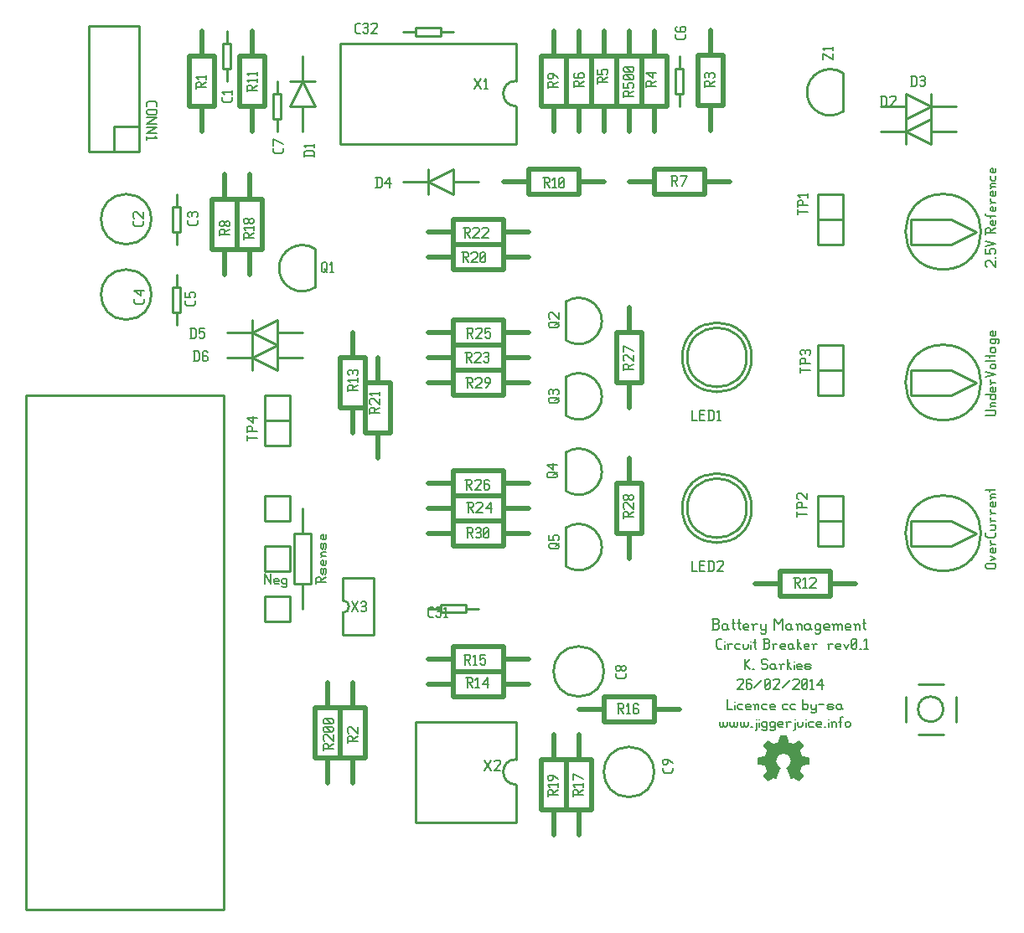
<source format=gbr>
G04 start of page 8 for group -4079 idx -4079 *
G04 Title: (unknown), topsilk *
G04 Creator: pcb 20110918 *
G04 CreationDate: Wed 26 Feb 2014 06:05:46 GMT UTC *
G04 For: ksarkies *
G04 Format: Gerber/RS-274X *
G04 PCB-Dimensions: 390000 390000 *
G04 PCB-Coordinate-Origin: lower left *
%MOIN*%
%FSLAX25Y25*%
%LNTOPSILK*%
%ADD94C,0.0200*%
%ADD93C,0.0060*%
%ADD92C,0.0100*%
%ADD91C,0.0001*%
G54D91*G36*
X300177Y69614D02*X302754D01*
X302837Y69582D01*
X302884Y69506D01*
X302933Y69267D01*
X302977Y69045D01*
X303368Y66913D01*
X303415Y66825D01*
X303498Y66767D01*
X303601Y66723D01*
X304391Y66452D01*
X305141Y66094D01*
X305147D01*
X305234Y66056D01*
X305331Y66042D01*
X305429Y66073D01*
X307202Y67292D01*
X307393Y67417D01*
X307594Y67553D01*
X307680Y67578D01*
X307762Y67542D01*
X308093Y67212D01*
X308597Y66712D01*
X308755Y66549D01*
X309254Y66051D01*
X309416Y65894D01*
X309584Y65720D01*
X309623Y65635D01*
X309601Y65546D01*
X309465Y65345D01*
X309336Y65155D01*
X308147Y63419D01*
X308115Y63327D01*
X308130Y63230D01*
X308175Y63131D01*
X308858Y61525D01*
X308895Y61434D01*
X308958Y61356D01*
X309048Y61309D01*
X311087Y60928D01*
X311311Y60885D01*
X311554Y60842D01*
X311629Y60795D01*
X311658Y60712D01*
Y58135D01*
X311629Y58046D01*
X311554Y57999D01*
X311311Y57956D01*
X311087Y57913D01*
X309108Y57544D01*
X309020Y57496D01*
X308966Y57413D01*
X308938Y57353D01*
Y57342D01*
X308223Y55569D01*
X308218Y55557D01*
X308201Y55514D01*
X308184Y55413D01*
X308212Y55319D01*
X309341Y53687D01*
X309465Y53496D01*
X309606Y53295D01*
X309625Y53209D01*
X309584Y53127D01*
X309416Y52948D01*
X309254Y52791D01*
X307936Y51473D01*
X307762Y51305D01*
X307680Y51264D01*
X307594Y51282D01*
X307393Y51424D01*
X307202Y51548D01*
X305608Y52645D01*
X305509Y52674D01*
X305412Y52655D01*
X305081Y52471D01*
X304887Y52362D01*
X304540Y52184D01*
X304455Y52178D01*
X304393Y52238D01*
X304247Y52595D01*
X304159Y52802D01*
X302776Y56160D01*
X302688Y56366D01*
X302591Y56599D01*
X302587Y56694D01*
X302640Y56767D01*
X302863Y56898D01*
X303004Y57006D01*
X303540Y57452D01*
X303955Y58016D01*
X304222Y58675D01*
X304316Y59405D01*
X304258Y59980D01*
X304093Y60514D01*
X303830Y60999D01*
X303481Y61421D01*
X303061Y61770D01*
X302577Y62034D01*
X302043Y62199D01*
X301469Y62257D01*
X300894Y62199D01*
X300359Y62034D01*
X299876Y61770D01*
X299454Y61421D01*
X299106Y60999D01*
X298844Y60514D01*
X298679Y59980D01*
X298620Y59405D01*
X298713Y58675D01*
X298980Y58016D01*
X299394Y57452D01*
X299933Y57006D01*
X300069Y56898D01*
X300291Y56767D01*
X300345Y56694D01*
X300340Y56599D01*
X300243Y56366D01*
X300155Y56160D01*
X298772Y52802D01*
X298686Y52595D01*
X298538Y52238D01*
X298477Y52178D01*
X298393Y52184D01*
X298051Y52362D01*
X297850Y52471D01*
X297519Y52655D01*
X297420Y52674D01*
X297323Y52645D01*
X295729Y51548D01*
X295544Y51424D01*
X295338Y51282D01*
X295251Y51264D01*
X295169Y51305D01*
X294995Y51473D01*
X294838Y51635D01*
X294340Y52134D01*
X294177Y52292D01*
X293677Y52791D01*
X293515Y52948D01*
X293347Y53127D01*
X293308Y53209D01*
X293330Y53295D01*
X293466Y53496D01*
X293597Y53687D01*
X294719Y55319D01*
X294747Y55413D01*
X294730Y55514D01*
X294708Y55574D01*
X293998Y57348D01*
X293965Y57413D01*
X293911Y57496D01*
X293825Y57544D01*
X291844Y57913D01*
X291622Y57956D01*
X291383Y57999D01*
X291304Y58049D01*
X291275Y58135D01*
Y60712D01*
X291304Y60795D01*
X291383Y60842D01*
X291622Y60891D01*
X291844Y60928D01*
X293884Y61309D01*
X293973Y61356D01*
X294036Y61439D01*
X294073Y61525D01*
X294762Y63131D01*
X294801Y63230D01*
X294818Y63327D01*
X294790Y63419D01*
X293597Y65160D01*
X293466Y65345D01*
X293330Y65546D01*
X293308Y65635D01*
X293347Y65720D01*
X293515Y65894D01*
X293677Y66051D01*
X295169Y67542D01*
X295251Y67578D01*
X295338Y67559D01*
X295544Y67423D01*
X295729Y67292D01*
X297502Y66073D01*
X297600Y66044D01*
X297698Y66062D01*
X297784Y66094D01*
X297795Y66099D01*
X298541Y66453D01*
X299331Y66728D01*
X299434Y66767D01*
X299518Y66825D01*
X299563Y66913D01*
X299961Y69045D01*
X299998Y69267D01*
X300047Y69506D01*
X300094Y69582D01*
X300177Y69614D01*
G37*
G54D92*X0Y204961D02*X78740D01*
Y236D01*
X0D01*
Y204961D01*
G54D93*X275593Y104050D02*X276880D01*
X274900Y104743D02*X275593Y104050D01*
X274900Y107317D02*Y104743D01*
Y107317D02*X275593Y108010D01*
X276880D01*
X278068Y107020D02*Y106921D01*
Y105535D02*Y104050D01*
X279553Y105535D02*Y104050D01*
Y105535D02*X280048Y106030D01*
X281038D01*
X279058D02*X279553Y105535D01*
X282721Y106030D02*X284206D01*
X282226Y105535D02*X282721Y106030D01*
X282226Y105535D02*Y104545D01*
X282721Y104050D01*
X284206D01*
X285394Y106030D02*Y104545D01*
X285889Y104050D01*
X286879D01*
X287374Y104545D01*
Y106030D02*Y104545D01*
X288562Y107020D02*Y106921D01*
Y105535D02*Y104050D01*
X290047Y108010D02*Y104545D01*
X290542Y104050D01*
X289552Y106525D02*X290542D01*
X293314Y104050D02*X295294D01*
X295789Y104545D01*
Y105733D02*Y104545D01*
X295294Y106228D02*X295789Y105733D01*
X293809Y106228D02*X295294D01*
X293809Y108010D02*Y104050D01*
X293314Y108010D02*X295294D01*
X295789Y107515D01*
Y106723D01*
X295294Y106228D02*X295789Y106723D01*
X297472Y105535D02*Y104050D01*
Y105535D02*X297967Y106030D01*
X298957D01*
X296977D02*X297472Y105535D01*
X300640Y104050D02*X302125D01*
X300145Y104545D02*X300640Y104050D01*
X300145Y105535D02*Y104545D01*
Y105535D02*X300640Y106030D01*
X301630D01*
X302125Y105535D01*
X300145Y105040D02*X302125D01*
Y105535D02*Y105040D01*
X304798Y106030D02*X305293Y105535D01*
X303808Y106030D02*X304798D01*
X303313Y105535D02*X303808Y106030D01*
X303313Y105535D02*Y104545D01*
X303808Y104050D01*
X305293Y106030D02*Y104545D01*
X305788Y104050D01*
X303808D02*X304798D01*
X305293Y104545D01*
X306976Y108010D02*Y104050D01*
Y105535D02*X308461Y104050D01*
X306976Y105535D02*X307966Y106525D01*
X310144Y104050D02*X311629D01*
X309649Y104545D02*X310144Y104050D01*
X309649Y105535D02*Y104545D01*
Y105535D02*X310144Y106030D01*
X311134D01*
X311629Y105535D01*
X309649Y105040D02*X311629D01*
Y105535D02*Y105040D01*
X313312Y105535D02*Y104050D01*
Y105535D02*X313807Y106030D01*
X314797D01*
X312817D02*X313312Y105535D01*
X286000Y100010D02*Y96050D01*
Y98030D02*X287980Y100010D01*
X286000Y98030D02*X287980Y96050D01*
X289168D02*X289663D01*
X294613Y100010D02*X295108Y99515D01*
X293128Y100010D02*X294613D01*
X292633Y99515D02*X293128Y100010D01*
X292633Y99515D02*Y98525D01*
X293128Y98030D01*
X294613D01*
X295108Y97535D01*
Y96545D01*
X294613Y96050D02*X295108Y96545D01*
X293128Y96050D02*X294613D01*
X292633Y96545D02*X293128Y96050D01*
X297781Y98030D02*X298276Y97535D01*
X296791Y98030D02*X297781D01*
X296296Y97535D02*X296791Y98030D01*
X296296Y97535D02*Y96545D01*
X296791Y96050D01*
X298276Y98030D02*Y96545D01*
X298771Y96050D01*
X296791D02*X297781D01*
X298276Y96545D01*
X300454Y97535D02*Y96050D01*
Y97535D02*X300949Y98030D01*
X301939D01*
X299959D02*X300454Y97535D01*
X303127Y100010D02*Y96050D01*
Y97535D02*X304612Y96050D01*
X303127Y97535D02*X304117Y98525D01*
X305800Y99020D02*Y98921D01*
Y97535D02*Y96050D01*
X307285D02*X308770D01*
X306790Y96545D02*X307285Y96050D01*
X306790Y97535D02*Y96545D01*
Y97535D02*X307285Y98030D01*
X308275D01*
X308770Y97535D01*
X306790Y97040D02*X308770D01*
Y97535D02*Y97040D01*
X310453Y96050D02*X311938D01*
X312433Y96545D01*
X311938Y97040D02*X312433Y96545D01*
X310453Y97040D02*X311938D01*
X309958Y97535D02*X310453Y97040D01*
X309958Y97535D02*X310453Y98030D01*
X311938D01*
X312433Y97535D01*
X309958Y96545D02*X310453Y96050D01*
X273000Y111550D02*X275180D01*
X275725Y112095D01*
Y113403D02*Y112095D01*
X275180Y113948D02*X275725Y113403D01*
X273545Y113948D02*X275180D01*
X273545Y115910D02*Y111550D01*
X273000Y115910D02*X275180D01*
X275725Y115365D01*
Y114493D01*
X275180Y113948D02*X275725Y114493D01*
X278668Y113730D02*X279213Y113185D01*
X277578Y113730D02*X278668D01*
X277033Y113185D02*X277578Y113730D01*
X277033Y113185D02*Y112095D01*
X277578Y111550D01*
X279213Y113730D02*Y112095D01*
X279758Y111550D01*
X277578D02*X278668D01*
X279213Y112095D01*
X281611Y115910D02*Y112095D01*
X282156Y111550D01*
X281066Y114275D02*X282156D01*
X283791Y115910D02*Y112095D01*
X284336Y111550D01*
X283246Y114275D02*X284336D01*
X285971Y111550D02*X287606D01*
X285426Y112095D02*X285971Y111550D01*
X285426Y113185D02*Y112095D01*
Y113185D02*X285971Y113730D01*
X287061D01*
X287606Y113185D01*
X285426Y112640D02*X287606D01*
Y113185D02*Y112640D01*
X289459Y113185D02*Y111550D01*
Y113185D02*X290004Y113730D01*
X291094D01*
X288914D02*X289459Y113185D01*
X292402Y113730D02*Y112095D01*
X292947Y111550D01*
X294582Y113730D02*Y110460D01*
X294037Y109915D02*X294582Y110460D01*
X292947Y109915D02*X294037D01*
X292402Y110460D02*X292947Y109915D01*
Y111550D02*X294037D01*
X294582Y112095D01*
X297852Y115910D02*Y111550D01*
Y115910D02*X299487Y113730D01*
X301122Y115910D01*
Y111550D01*
X304065Y113730D02*X304610Y113185D01*
X302975Y113730D02*X304065D01*
X302430Y113185D02*X302975Y113730D01*
X302430Y113185D02*Y112095D01*
X302975Y111550D01*
X304610Y113730D02*Y112095D01*
X305155Y111550D01*
X302975D02*X304065D01*
X304610Y112095D01*
X307008Y113185D02*Y111550D01*
Y113185D02*X307553Y113730D01*
X308098D01*
X308643Y113185D01*
Y111550D01*
X306463Y113730D02*X307008Y113185D01*
X311586Y113730D02*X312131Y113185D01*
X310496Y113730D02*X311586D01*
X309951Y113185D02*X310496Y113730D01*
X309951Y113185D02*Y112095D01*
X310496Y111550D01*
X312131Y113730D02*Y112095D01*
X312676Y111550D01*
X310496D02*X311586D01*
X312131Y112095D01*
X315619Y113730D02*X316164Y113185D01*
X314529Y113730D02*X315619D01*
X313984Y113185D02*X314529Y113730D01*
X313984Y113185D02*Y112095D01*
X314529Y111550D01*
X315619D01*
X316164Y112095D01*
X313984Y110460D02*X314529Y109915D01*
X315619D01*
X316164Y110460D01*
Y113730D02*Y110460D01*
X318017Y111550D02*X319652D01*
X317472Y112095D02*X318017Y111550D01*
X317472Y113185D02*Y112095D01*
Y113185D02*X318017Y113730D01*
X319107D01*
X319652Y113185D01*
X317472Y112640D02*X319652D01*
Y113185D02*Y112640D01*
X321505Y113185D02*Y111550D01*
Y113185D02*X322050Y113730D01*
X322595D01*
X323140Y113185D01*
Y111550D01*
Y113185D02*X323685Y113730D01*
X324230D01*
X324775Y113185D01*
Y111550D01*
X320960Y113730D02*X321505Y113185D01*
X326628Y111550D02*X328263D01*
X326083Y112095D02*X326628Y111550D01*
X326083Y113185D02*Y112095D01*
Y113185D02*X326628Y113730D01*
X327718D01*
X328263Y113185D01*
X326083Y112640D02*X328263D01*
Y113185D02*Y112640D01*
X330116Y113185D02*Y111550D01*
Y113185D02*X330661Y113730D01*
X331206D01*
X331751Y113185D01*
Y111550D01*
X329571Y113730D02*X330116Y113185D01*
X333604Y115910D02*Y112095D01*
X334149Y111550D01*
X333059Y114275D02*X334149D01*
X283000Y91500D02*X283500Y92000D01*
X285000D01*
X285500Y91500D01*
Y90500D01*
X283000Y88000D02*X285500Y90500D01*
X283000Y88000D02*X285500D01*
X288200Y92000D02*X288700Y91500D01*
X287200Y92000D02*X288200D01*
X286700Y91500D02*X287200Y92000D01*
X286700Y91500D02*Y88500D01*
X287200Y88000D01*
X288200Y90200D02*X288700Y89700D01*
X286700Y90200D02*X288200D01*
X287200Y88000D02*X288200D01*
X288700Y88500D01*
Y89700D02*Y88500D01*
X289900D02*X292900Y91500D01*
X294100Y88500D02*X294600Y88000D01*
X294100Y91500D02*Y88500D01*
Y91500D02*X294600Y92000D01*
X295600D01*
X296100Y91500D01*
Y88500D01*
X295600Y88000D02*X296100Y88500D01*
X294600Y88000D02*X295600D01*
X294100Y89000D02*X296100Y91000D01*
X297300Y91500D02*X297800Y92000D01*
X299300D01*
X299800Y91500D01*
Y90500D01*
X297300Y88000D02*X299800Y90500D01*
X297300Y88000D02*X299800D01*
X301000Y88500D02*X304000Y91500D01*
X305200D02*X305700Y92000D01*
X307200D01*
X307700Y91500D01*
Y90500D01*
X305200Y88000D02*X307700Y90500D01*
X305200Y88000D02*X307700D01*
X308900Y88500D02*X309400Y88000D01*
X308900Y91500D02*Y88500D01*
Y91500D02*X309400Y92000D01*
X310400D01*
X310900Y91500D01*
Y88500D01*
X310400Y88000D02*X310900Y88500D01*
X309400Y88000D02*X310400D01*
X308900Y89000D02*X310900Y91000D01*
X312100Y91200D02*X312900Y92000D01*
Y88000D01*
X312100D02*X313600D01*
X314800Y89500D02*X316800Y92000D01*
X314800Y89500D02*X317300D01*
X316800Y92000D02*Y88000D01*
X381960Y197000D02*X385320D01*
X385800Y197480D01*
Y198440D02*Y197480D01*
Y198440D02*X385320Y198920D01*
X381960D02*X385320D01*
X384360Y200552D02*X385800D01*
X384360D02*X383880Y201032D01*
Y201512D02*Y201032D01*
Y201512D02*X384360Y201992D01*
X385800D01*
X383880Y200072D02*X384360Y200552D01*
X381960Y205064D02*X385800D01*
Y204584D02*X385320Y205064D01*
X385800Y204584D02*Y203624D01*
X385320Y203144D02*X385800Y203624D01*
X384360Y203144D02*X385320D01*
X384360D02*X383880Y203624D01*
Y204584D02*Y203624D01*
Y204584D02*X384360Y205064D01*
X385800Y208136D02*Y206696D01*
X385320Y206216D02*X385800Y206696D01*
X384360Y206216D02*X385320D01*
X384360D02*X383880Y206696D01*
Y207656D02*Y206696D01*
Y207656D02*X384360Y208136D01*
X384840D02*Y206216D01*
X384360Y208136D02*X384840D01*
X384360Y209768D02*X385800D01*
X384360D02*X383880Y210248D01*
Y211208D02*Y210248D01*
Y209288D02*X384360Y209768D01*
X381960Y212360D02*X385800Y213320D01*
X381960Y214280D01*
X384360Y215432D02*X385320D01*
X384360D02*X383880Y215912D01*
Y216872D02*Y215912D01*
Y216872D02*X384360Y217352D01*
X385320D01*
X385800Y216872D02*X385320Y217352D01*
X385800Y216872D02*Y215912D01*
X385320Y215432D02*X385800Y215912D01*
X381960Y218504D02*X385320D01*
X385800Y218984D01*
X381960Y220424D02*X385320D01*
X385800Y220904D01*
X383400D02*Y219944D01*
X383880Y223304D02*X384360Y223784D01*
X383880Y223304D02*Y222344D01*
X384360Y221864D02*X383880Y222344D01*
X384360Y221864D02*X385320D01*
X385800Y222344D01*
X383880Y223784D02*X385320D01*
X385800Y224264D01*
Y223304D02*Y222344D01*
Y223304D02*X385320Y223784D01*
X383880Y226856D02*X384360Y227336D01*
X383880Y226856D02*Y225896D01*
X384360Y225416D02*X383880Y225896D01*
X384360Y225416D02*X385320D01*
X385800Y225896D01*
Y226856D02*Y225896D01*
Y226856D02*X385320Y227336D01*
X386760Y225416D02*X387240Y225896D01*
Y226856D02*Y225896D01*
Y226856D02*X386760Y227336D01*
X383880D02*X386760D01*
X385800Y230408D02*Y228968D01*
X385320Y228488D02*X385800Y228968D01*
X384360Y228488D02*X385320D01*
X384360D02*X383880Y228968D01*
Y229928D02*Y228968D01*
Y229928D02*X384360Y230408D01*
X384840D02*Y228488D01*
X384360Y230408D02*X384840D01*
X382440Y256000D02*X381960Y256480D01*
Y257920D02*Y256480D01*
Y257920D02*X382440Y258400D01*
X383400D01*
X385800Y256000D02*X383400Y258400D01*
X385800D02*Y256000D01*
Y260032D02*Y259552D01*
X381960Y263104D02*Y261184D01*
X383880D01*
X383400Y261664D01*
Y262624D02*Y261664D01*
Y262624D02*X383880Y263104D01*
X385320D01*
X385800Y262624D02*X385320Y263104D01*
X385800Y262624D02*Y261664D01*
X385320Y261184D02*X385800Y261664D01*
X381960Y264256D02*X385800Y265216D01*
X381960Y266176D01*
Y270976D02*Y269056D01*
Y270976D02*X382440Y271456D01*
X383400D01*
X383880Y270976D02*X383400Y271456D01*
X383880Y270976D02*Y269536D01*
X381960D02*X385800D01*
X383880Y270304D02*X385800Y271456D01*
Y274528D02*Y273088D01*
X385320Y272608D02*X385800Y273088D01*
X384360Y272608D02*X385320D01*
X384360D02*X383880Y273088D01*
Y274048D02*Y273088D01*
Y274048D02*X384360Y274528D01*
X384840D02*Y272608D01*
X384360Y274528D02*X384840D01*
X382440Y276160D02*X385800D01*
X382440D02*X381960Y276640D01*
Y277120D02*Y276640D01*
X383880D02*Y275680D01*
X385800Y280000D02*Y278560D01*
X385320Y278080D02*X385800Y278560D01*
X384360Y278080D02*X385320D01*
X384360D02*X383880Y278560D01*
Y279520D02*Y278560D01*
Y279520D02*X384360Y280000D01*
X384840D02*Y278080D01*
X384360Y280000D02*X384840D01*
X384360Y281632D02*X385800D01*
X384360D02*X383880Y282112D01*
Y283072D02*Y282112D01*
Y281152D02*X384360Y281632D01*
X385800Y286144D02*Y284704D01*
X385320Y284224D02*X385800Y284704D01*
X384360Y284224D02*X385320D01*
X384360D02*X383880Y284704D01*
Y285664D02*Y284704D01*
Y285664D02*X384360Y286144D01*
X384840D02*Y284224D01*
X384360Y286144D02*X384840D01*
X384360Y287776D02*X385800D01*
X384360D02*X383880Y288256D01*
Y288736D02*Y288256D01*
Y288736D02*X384360Y289216D01*
X385800D01*
X383880Y287296D02*X384360Y287776D01*
X383880Y292288D02*Y290848D01*
X384360Y290368D02*X383880Y290848D01*
X384360Y290368D02*X385320D01*
X385800Y290848D01*
Y292288D02*Y290848D01*
Y295360D02*Y293920D01*
X385320Y293440D02*X385800Y293920D01*
X384360Y293440D02*X385320D01*
X384360D02*X383880Y293920D01*
Y294880D02*Y293920D01*
Y294880D02*X384360Y295360D01*
X384840D02*Y293440D01*
X384360Y295360D02*X384840D01*
X382440Y136000D02*X385320D01*
X382440D02*X381960Y136480D01*
Y137440D02*Y136480D01*
Y137440D02*X382440Y137920D01*
X385320D01*
X385800Y137440D02*X385320Y137920D01*
X385800Y137440D02*Y136480D01*
X385320Y136000D02*X385800Y136480D01*
X383880Y139072D02*X385800Y140032D01*
X383880Y140992D02*X385800Y140032D01*
Y144064D02*Y142624D01*
X385320Y142144D02*X385800Y142624D01*
X384360Y142144D02*X385320D01*
X384360D02*X383880Y142624D01*
Y143584D02*Y142624D01*
Y143584D02*X384360Y144064D01*
X384840D02*Y142144D01*
X384360Y144064D02*X384840D01*
X384360Y145696D02*X385800D01*
X384360D02*X383880Y146176D01*
Y147136D02*Y146176D01*
Y145216D02*X384360Y145696D01*
X385800Y150208D02*Y148960D01*
X385128Y148288D02*X385800Y148960D01*
X382632Y148288D02*X385128D01*
X382632D02*X381960Y148960D01*
Y150208D02*Y148960D01*
X383880Y151360D02*X385320D01*
X385800Y151840D01*
Y152800D02*Y151840D01*
Y152800D02*X385320Y153280D01*
X383880D02*X385320D01*
X384360Y154912D02*X385800D01*
X384360D02*X383880Y155392D01*
Y156352D02*Y155392D01*
Y154432D02*X384360Y154912D01*
Y157984D02*X385800D01*
X384360D02*X383880Y158464D01*
Y159424D02*Y158464D01*
Y157504D02*X384360Y157984D01*
X385800Y162496D02*Y161056D01*
X385320Y160576D02*X385800Y161056D01*
X384360Y160576D02*X385320D01*
X384360D02*X383880Y161056D01*
Y162016D02*Y161056D01*
Y162016D02*X384360Y162496D01*
X384840D02*Y160576D01*
X384360Y162496D02*X384840D01*
X384360Y164128D02*X385800D01*
X384360D02*X383880Y164608D01*
Y165088D02*Y164608D01*
Y165088D02*X384360Y165568D01*
X385800D01*
X383880Y163648D02*X384360Y164128D01*
X381960Y167200D02*X385320D01*
X385800Y167680D01*
X383400D02*Y166720D01*
X279000Y84000D02*Y80000D01*
X281000D01*
X282200Y83000D02*Y82900D01*
Y81500D02*Y80000D01*
X283700Y82000D02*X285200D01*
X283200Y81500D02*X283700Y82000D01*
X283200Y81500D02*Y80500D01*
X283700Y80000D01*
X285200D01*
X286900D02*X288400D01*
X286400Y80500D02*X286900Y80000D01*
X286400Y81500D02*Y80500D01*
Y81500D02*X286900Y82000D01*
X287900D01*
X288400Y81500D01*
X286400Y81000D02*X288400D01*
Y81500D02*Y81000D01*
X290100Y81500D02*Y80000D01*
Y81500D02*X290600Y82000D01*
X291100D01*
X291600Y81500D01*
Y80000D01*
X289600Y82000D02*X290100Y81500D01*
X293300Y82000D02*X294800D01*
X292800Y81500D02*X293300Y82000D01*
X292800Y81500D02*Y80500D01*
X293300Y80000D01*
X294800D01*
X296500D02*X298000D01*
X296000Y80500D02*X296500Y80000D01*
X296000Y81500D02*Y80500D01*
Y81500D02*X296500Y82000D01*
X297500D01*
X298000Y81500D01*
X296000Y81000D02*X298000D01*
Y81500D02*Y81000D01*
X301500Y82000D02*X303000D01*
X301000Y81500D02*X301500Y82000D01*
X301000Y81500D02*Y80500D01*
X301500Y80000D01*
X303000D01*
X304700Y82000D02*X306200D01*
X304200Y81500D02*X304700Y82000D01*
X304200Y81500D02*Y80500D01*
X304700Y80000D01*
X306200D01*
X309200Y84000D02*Y80000D01*
Y80500D02*X309700Y80000D01*
X310700D01*
X311200Y80500D01*
Y81500D02*Y80500D01*
X310700Y82000D02*X311200Y81500D01*
X309700Y82000D02*X310700D01*
X309200Y81500D02*X309700Y82000D01*
X312400D02*Y80500D01*
X312900Y80000D01*
X314400Y82000D02*Y79000D01*
X313900Y78500D02*X314400Y79000D01*
X312900Y78500D02*X313900D01*
X312400Y79000D02*X312900Y78500D01*
Y80000D02*X313900D01*
X314400Y80500D01*
X315600Y82000D02*X317600D01*
X319300Y80000D02*X320800D01*
X321300Y80500D01*
X320800Y81000D02*X321300Y80500D01*
X319300Y81000D02*X320800D01*
X318800Y81500D02*X319300Y81000D01*
X318800Y81500D02*X319300Y82000D01*
X320800D01*
X321300Y81500D01*
X318800Y80500D02*X319300Y80000D01*
X324000Y82000D02*X324500Y81500D01*
X323000Y82000D02*X324000D01*
X322500Y81500D02*X323000Y82000D01*
X322500Y81500D02*Y80500D01*
X323000Y80000D01*
X324500Y82000D02*Y80500D01*
X325000Y80000D01*
X323000D02*X324000D01*
X324500Y80500D01*
X276000Y75000D02*Y73500D01*
X276500Y73000D01*
X277000D01*
X277500Y73500D01*
Y75000D02*Y73500D01*
X278000Y73000D01*
X278500D01*
X279000Y73500D01*
Y75000D02*Y73500D01*
X280200Y75000D02*Y73500D01*
X280700Y73000D01*
X281200D01*
X281700Y73500D01*
Y75000D02*Y73500D01*
X282200Y73000D01*
X282700D01*
X283200Y73500D01*
Y75000D02*Y73500D01*
X284400Y75000D02*Y73500D01*
X284900Y73000D01*
X285400D01*
X285900Y73500D01*
Y75000D02*Y73500D01*
X286400Y73000D01*
X286900D01*
X287400Y73500D01*
Y75000D02*Y73500D01*
X288600Y73000D02*X289100D01*
X290800Y76000D02*Y75900D01*
Y74500D02*Y72000D01*
X290300Y71500D02*X290800Y72000D01*
X291800Y76000D02*Y75900D01*
Y74500D02*Y73000D01*
X294300Y75000D02*X294800Y74500D01*
X293300Y75000D02*X294300D01*
X292800Y74500D02*X293300Y75000D01*
X292800Y74500D02*Y73500D01*
X293300Y73000D01*
X294300D01*
X294800Y73500D01*
X292800Y72000D02*X293300Y71500D01*
X294300D01*
X294800Y72000D01*
Y75000D02*Y72000D01*
X297500Y75000D02*X298000Y74500D01*
X296500Y75000D02*X297500D01*
X296000Y74500D02*X296500Y75000D01*
X296000Y74500D02*Y73500D01*
X296500Y73000D01*
X297500D01*
X298000Y73500D01*
X296000Y72000D02*X296500Y71500D01*
X297500D01*
X298000Y72000D01*
Y75000D02*Y72000D01*
X299700Y73000D02*X301200D01*
X299200Y73500D02*X299700Y73000D01*
X299200Y74500D02*Y73500D01*
Y74500D02*X299700Y75000D01*
X300700D01*
X301200Y74500D01*
X299200Y74000D02*X301200D01*
Y74500D02*Y74000D01*
X302900Y74500D02*Y73000D01*
Y74500D02*X303400Y75000D01*
X304400D01*
X302400D02*X302900Y74500D01*
X306100Y76000D02*Y75900D01*
Y74500D02*Y72000D01*
X305600Y71500D02*X306100Y72000D01*
X307100Y75000D02*Y73500D01*
X307600Y73000D01*
X308600D01*
X309100Y73500D01*
Y75000D02*Y73500D01*
X310300Y76000D02*Y75900D01*
Y74500D02*Y73000D01*
X311800Y75000D02*X313300D01*
X311300Y74500D02*X311800Y75000D01*
X311300Y74500D02*Y73500D01*
X311800Y73000D01*
X313300D01*
X315000D02*X316500D01*
X314500Y73500D02*X315000Y73000D01*
X314500Y74500D02*Y73500D01*
Y74500D02*X315000Y75000D01*
X316000D01*
X316500Y74500D01*
X314500Y74000D02*X316500D01*
Y74500D02*Y74000D01*
X317700Y73000D02*X318200D01*
X319400Y76000D02*Y75900D01*
Y74500D02*Y73000D01*
X320900Y74500D02*Y73000D01*
Y74500D02*X321400Y75000D01*
X321900D01*
X322400Y74500D01*
Y73000D01*
X320400Y75000D02*X320900Y74500D01*
X324100Y76500D02*Y73000D01*
Y76500D02*X324600Y77000D01*
X325100D01*
X323600Y75000D02*X324600D01*
X326100Y74500D02*Y73500D01*
Y74500D02*X326600Y75000D01*
X327600D01*
X328100Y74500D01*
Y73500D01*
X327600Y73000D02*X328100Y73500D01*
X326600Y73000D02*X327600D01*
X326100Y73500D02*X326600Y73000D01*
X319500Y105500D02*Y104000D01*
Y105500D02*X320000Y106000D01*
X321000D01*
X319000D02*X319500Y105500D01*
X322700Y104000D02*X324200D01*
X322200Y104500D02*X322700Y104000D01*
X322200Y105500D02*Y104500D01*
Y105500D02*X322700Y106000D01*
X323700D01*
X324200Y105500D01*
X322200Y105000D02*X324200D01*
Y105500D02*Y105000D01*
X325400Y106000D02*X326400Y104000D01*
X327400Y106000D02*X326400Y104000D01*
X328600Y104500D02*X329100Y104000D01*
X328600Y107500D02*Y104500D01*
Y107500D02*X329100Y108000D01*
X330100D01*
X330600Y107500D01*
Y104500D01*
X330100Y104000D02*X330600Y104500D01*
X329100Y104000D02*X330100D01*
X328600Y105000D02*X330600Y107000D01*
X331800Y104000D02*X332300D01*
X333500Y107200D02*X334300Y108000D01*
Y104000D01*
X333500D02*X335000D01*
G54D94*X300000Y125000D02*X320000D01*
X300000Y135000D02*Y125000D01*
Y135000D02*X320000D01*
Y125000D01*
Y130000D02*X330000D01*
X290000D02*X300000D01*
G54D92*X214800Y152100D02*Y136900D01*
X214855Y136873D02*G75*G03X214855Y152127I5145J7627D01*G01*
X263200Y160000D02*G75*G03X263200Y160000I11800J0D01*G01*
X261200D02*G75*G03X261200Y160000I13800J0D01*G01*
X315000Y165000D02*Y145000D01*
X325000D01*
Y165000D02*Y145000D01*
X315000Y165000D02*X325000D01*
X315000Y155000D02*X325000D01*
Y165000D02*Y155000D01*
X214800Y182100D02*Y166900D01*
X214855Y166873D02*G75*G03X214855Y182127I5145J7627D01*G01*
G54D94*X170000Y155000D02*X190000D01*
X170000Y165000D02*Y155000D01*
Y165000D02*X190000D01*
Y155000D01*
Y160000D02*X200000D01*
X160000D02*X170000D01*
Y165000D02*X190000D01*
X170000Y175000D02*Y165000D01*
Y175000D02*X190000D01*
Y165000D01*
Y170000D02*X200000D01*
X160000D02*X170000D01*
Y145000D02*X190000D01*
X170000Y155000D02*Y145000D01*
Y155000D02*X190000D01*
Y145000D01*
Y150000D02*X200000D01*
X160000D02*X170000D01*
G54D92*X220000Y85000D02*G75*G03X220000Y85000I0J10000D01*G01*
G54D94*X230000Y75000D02*X250000D01*
X230000Y85000D02*Y75000D01*
Y85000D02*X250000D01*
Y75000D01*
Y80000D02*X260000D01*
X220000D02*X230000D01*
G54D92*X160000Y120000D02*X165000D01*
X175000D02*X180000D01*
X165000Y121600D02*X175000D01*
Y118400D01*
X165000D01*
Y121600D01*
G54D94*X170000Y255000D02*X190000D01*
X170000Y265000D02*Y255000D01*
Y265000D02*X190000D01*
Y255000D01*
Y260000D02*X200000D01*
X160000D02*X170000D01*
Y265000D02*X190000D01*
X170000Y275000D02*Y265000D01*
Y275000D02*X190000D01*
Y265000D01*
Y270000D02*X200000D01*
X160000D02*X170000D01*
X200000Y285000D02*X220000D01*
X200000Y295000D02*Y285000D01*
Y295000D02*X220000D01*
Y285000D01*
Y290000D02*X230000D01*
X190000D02*X200000D01*
X250000Y285000D02*X270000D01*
X250000Y295000D02*Y285000D01*
Y295000D02*X270000D01*
Y285000D01*
Y290000D02*X280000D01*
X240000D02*X250000D01*
G54D92*X150000D02*X160000D01*
X170000D02*X180000D01*
X160000D02*X170000Y295000D01*
Y285000D01*
X160000Y290000D01*
Y295000D02*Y285000D01*
X352000Y275000D02*Y265000D01*
X368000D01*
X378000Y270000D02*X368000Y265000D01*
Y275000D02*X378000Y270000D01*
X352000Y275000D02*X368000D01*
X365000Y285000D02*G75*G03X365000Y285000I0J-15000D01*G01*
X263200Y220000D02*G75*G03X263200Y220000I11800J0D01*G01*
X261200D02*G75*G03X261200Y220000I13800J0D01*G01*
X315000Y225000D02*Y205000D01*
X325000D01*
Y225000D02*Y205000D01*
X315000Y225000D02*X325000D01*
X315000Y215000D02*X325000D01*
Y225000D02*Y215000D01*
X352000D02*Y205000D01*
X368000D01*
X378000Y210000D02*X368000Y205000D01*
Y215000D02*X378000Y210000D01*
X352000Y215000D02*X368000D01*
X365000Y225000D02*G75*G03X365000Y225000I0J-15000D01*G01*
G54D94*X235000Y230000D02*Y210000D01*
Y230000D02*X245000D01*
Y210000D01*
X235000D02*X245000D01*
X240000D02*Y200000D01*
Y240000D02*Y230000D01*
X235000Y170000D02*Y150000D01*
Y170000D02*X245000D01*
Y150000D01*
X235000D02*X245000D01*
X240000D02*Y140000D01*
Y180000D02*Y170000D01*
G54D92*X214800Y212100D02*Y196900D01*
X214855Y196873D02*G75*G03X214855Y212127I5145J7627D01*G01*
X214800Y242100D02*Y226900D01*
X214855Y226873D02*G75*G03X214855Y242127I5145J7627D01*G01*
G54D94*X170000Y215000D02*X190000D01*
X170000Y225000D02*Y215000D01*
Y225000D02*X190000D01*
Y215000D01*
Y220000D02*X200000D01*
X160000D02*X170000D01*
Y205000D02*X190000D01*
X170000Y215000D02*Y205000D01*
Y215000D02*X190000D01*
Y205000D01*
Y210000D02*X200000D01*
X160000D02*X170000D01*
Y225000D02*X190000D01*
X170000Y235000D02*Y225000D01*
Y235000D02*X190000D01*
Y225000D01*
Y230000D02*X200000D01*
X160000D02*X170000D01*
G54D92*X325200Y333100D02*Y317900D01*
X325145Y333127D02*G75*G03X325145Y317873I-5145J-7627D01*G01*
X315000Y285000D02*Y265000D01*
X325000D01*
Y285000D02*Y265000D01*
X315000Y285000D02*X325000D01*
X315000Y275000D02*X325000D01*
Y285000D02*Y275000D01*
G54D94*X145000Y210000D02*Y190000D01*
X135000D02*X145000D01*
X135000Y210000D02*Y190000D01*
Y210000D02*X145000D01*
X140000Y220000D02*Y210000D01*
Y190000D02*Y180000D01*
X135000Y220000D02*Y200000D01*
X125000D02*X135000D01*
X125000Y220000D02*Y200000D01*
Y220000D02*X135000D01*
X130000Y230000D02*Y220000D01*
Y200000D02*Y190000D01*
X205000Y340000D02*Y320000D01*
Y340000D02*X215000D01*
Y320000D01*
X205000D02*X215000D01*
X210000D02*Y310000D01*
Y350000D02*Y340000D01*
G54D92*X110000D02*Y330000D01*
Y320000D02*Y310000D01*
Y330000D02*X115000Y320000D01*
X105000D02*X115000D01*
X105000D02*X110000Y330000D01*
X105000D02*X115000D01*
X125000Y345000D02*X195000D01*
X125000D02*Y305000D01*
X195000D01*
Y345000D02*Y330000D01*
Y320000D02*Y305000D01*
Y330000D02*G75*G03X195000Y320000I0J-5000D01*G01*
X165000Y349600D02*X170000D01*
X150000D02*X155000D01*
Y348000D02*X165000D01*
X155000Y351200D02*Y348000D01*
Y351200D02*X165000D01*
Y348000D01*
G54D94*X277450Y340200D02*Y320200D01*
X267450D02*X277450D01*
X267450Y340200D02*Y320200D01*
Y340200D02*X277450D01*
X272450Y350200D02*Y340200D01*
Y320200D02*Y310200D01*
G54D92*X340000Y310000D02*X350000D01*
X360000D02*X370000D01*
X350000D02*X360000Y315000D01*
Y305000D01*
X350000Y310000D01*
Y315000D02*Y305000D01*
X360000Y320000D02*X370000D01*
X340000D02*X350000D01*
X360000D02*X350000Y315000D01*
Y325000D02*Y315000D01*
Y325000D02*X360000Y320000D01*
Y325000D02*Y315000D01*
G54D94*X225000Y340000D02*Y320000D01*
X215000D02*X225000D01*
X215000Y340000D02*Y320000D01*
Y340000D02*X225000D01*
X220000Y350000D02*Y340000D01*
Y320000D02*Y310000D01*
X225000Y340000D02*Y320000D01*
Y340000D02*X235000D01*
Y320000D01*
X225000D02*X235000D01*
X230000D02*Y310000D01*
Y350000D02*Y340000D01*
X245000D02*Y320000D01*
X235000D02*X245000D01*
X235000Y340000D02*Y320000D01*
Y340000D02*X245000D01*
X240000Y350000D02*Y340000D01*
Y320000D02*Y310000D01*
X255000Y340000D02*Y320000D01*
X245000D02*X255000D01*
X245000Y340000D02*Y320000D01*
Y340000D02*X255000D01*
X250000Y350000D02*Y340000D01*
Y320000D02*Y310000D01*
G54D92*X260000Y325000D02*Y320000D01*
Y340000D02*Y335000D01*
X258400D02*Y325000D01*
Y335000D02*X261600D01*
Y325000D01*
X258400D02*X261600D01*
X100000Y330000D02*Y325000D01*
Y315000D02*Y310000D01*
X101600Y325000D02*Y315000D01*
X98400D02*X101600D01*
X98400Y325000D02*Y315000D01*
Y325000D02*X101600D01*
G54D94*X95000Y340000D02*Y320000D01*
X85000D02*X95000D01*
X85000Y340000D02*Y320000D01*
Y340000D02*X95000D01*
X90000Y350000D02*Y340000D01*
Y320000D02*Y310000D01*
X65000Y340000D02*Y320000D01*
Y340000D02*X75000D01*
Y320000D01*
X65000D02*X75000D01*
X70000D02*Y310000D01*
Y350000D02*Y340000D01*
G54D92*X80000Y334800D02*Y329800D01*
Y349800D02*Y344800D01*
X78400D02*Y334800D01*
Y344800D02*X81600D01*
Y334800D01*
X78400D02*X81600D01*
X45000Y352000D02*Y302000D01*
X25000Y352000D02*X45000D01*
X25000D02*Y302000D01*
X45000D01*
X35000Y312000D02*X45000D01*
X35000D02*Y302000D01*
G54D94*X74000Y283000D02*Y263000D01*
Y283000D02*X84000D01*
Y263000D01*
X74000D02*X84000D01*
X79000D02*Y253000D01*
Y293000D02*Y283000D01*
X94000D02*Y263000D01*
X84000D02*X94000D01*
X84000Y283000D02*Y263000D01*
Y283000D02*X94000D01*
X89000Y293000D02*Y283000D01*
Y263000D02*Y253000D01*
G54D92*X60000Y238000D02*Y233000D01*
Y253000D02*Y248000D01*
X58400D02*Y238000D01*
Y248000D02*X61600D01*
Y238000D01*
X58400D02*X61600D01*
X60000Y270000D02*Y265000D01*
Y285000D02*Y280000D01*
X58400D02*Y270000D01*
Y280000D02*X61600D01*
Y270000D01*
X58400D02*X61600D01*
X40000Y255000D02*G75*G03X40000Y255000I0J-10000D01*G01*
Y285000D02*G75*G03X40000Y285000I0J-10000D01*G01*
X115200Y263100D02*Y247900D01*
X115145Y263127D02*G75*G03X115145Y247873I-5145J-7627D01*G01*
X80000Y220000D02*X90000D01*
X100000D02*X110000D01*
X90000D02*X100000Y225000D01*
Y215000D01*
X90000Y220000D01*
Y225000D02*Y215000D01*
X80000Y230000D02*X90000D01*
X100000D02*X110000D01*
X90000D02*X100000Y235000D01*
Y225000D01*
X90000Y230000D01*
Y235000D02*Y225000D01*
X105000Y205000D02*Y185000D01*
X95000Y205000D02*X105000D01*
X95000D02*Y185000D01*
X105000D01*
X95000Y195000D02*X105000D01*
X95000D02*Y185000D01*
G54D94*X170000Y85000D02*X190000D01*
X170000Y95000D02*Y85000D01*
Y95000D02*X190000D01*
Y85000D01*
Y90000D02*X200000D01*
X160000D02*X170000D01*
X215000Y60000D02*Y40000D01*
X205000D02*X215000D01*
X205000Y60000D02*Y40000D01*
Y60000D02*X215000D01*
X210000Y70000D02*Y60000D01*
Y40000D02*Y30000D01*
G54D92*X155000Y75000D02*X195000D01*
X155000D02*Y35000D01*
X195000D01*
Y75000D02*Y60000D01*
Y50000D02*Y35000D01*
Y60000D02*G75*G03X195000Y50000I0J-5000D01*G01*
G54D94*X215000Y60000D02*Y40000D01*
Y60000D02*X225000D01*
Y40000D01*
X215000D02*X225000D01*
X220000D02*Y30000D01*
Y70000D02*Y60000D01*
X170000Y105000D02*X190000D01*
Y95000D01*
X170000D02*X190000D01*
X170000Y105000D02*Y95000D01*
X160000Y100000D02*X170000D01*
X190000D02*X200000D01*
G54D92*X350000Y85000D02*Y75000D01*
X370000Y85000D02*Y75000D01*
X355000Y70000D02*X365000D01*
X355000Y90000D02*X365000D01*
X355000Y80000D02*G75*G03X355000Y80000I5000J0D01*G01*
X240000Y65000D02*G75*G03X240000Y65000I0J-10000D01*G01*
X110000Y130000D02*Y120000D01*
Y160000D02*Y150000D01*
X106700D02*Y130000D01*
Y150000D02*X113300D01*
Y130000D01*
X106700D02*X113300D01*
X95000Y135000D02*X105000D01*
Y145000D02*Y135000D01*
X95000Y145000D02*X105000D01*
X95000D02*Y135000D01*
X105000Y145000D02*Y135000D01*
X95000Y145000D02*X105000D01*
X95000Y125000D02*Y115000D01*
X105000D01*
Y125000D01*
X95000D01*
Y115000D02*X105000D01*
Y125000D01*
X95000Y165000D02*Y155000D01*
X105000D01*
Y165000D01*
X95000D01*
Y155000D02*X105000D01*
Y165000D01*
X352000Y155000D02*Y145000D01*
X368000D01*
X378000Y150000D02*X368000Y145000D01*
Y155000D02*X378000Y150000D01*
X352000Y155000D02*X368000D01*
X365000Y165000D02*G75*G03X365000Y165000I0J-15000D01*G01*
G54D94*X135290Y80570D02*Y60570D01*
X125290D02*X135290D01*
X125290Y80570D02*Y60570D01*
Y80570D02*X135290D01*
X130290Y90570D02*Y80570D01*
Y60570D02*Y50570D01*
G54D92*X126100Y118300D02*Y109600D01*
Y132100D02*Y123300D01*
Y132100D02*X138300D01*
Y109600D01*
X126100D02*X138300D01*
X126100Y118300D02*G75*G03X126100Y123300I0J2500D01*G01*
G54D94*X115290Y80570D02*Y60570D01*
Y80570D02*X125290D01*
Y60570D01*
X115290D02*X125290D01*
X120290D02*Y50570D01*
Y90570D02*Y80570D01*
G54D93*X207789Y47298D02*Y45298D01*
Y47298D02*X208289Y47798D01*
X209289D01*
X209789Y47298D02*X209289Y47798D01*
X209789Y47298D02*Y45798D01*
X207789D02*X211789D01*
X209789Y46598D02*X211789Y47798D01*
X208589Y48998D02*X207789Y49798D01*
X211789D01*
Y50498D02*Y48998D01*
Y52198D02*X209789Y53698D01*
X208289D02*X209789D01*
X207789Y53198D02*X208289Y53698D01*
X207789Y53198D02*Y52198D01*
X208289Y51698D02*X207789Y52198D01*
X208289Y51698D02*X209289D01*
X209789Y52198D01*
Y53698D02*Y52198D01*
X182600Y55600D02*X185100Y59600D01*
X182600D02*X185100Y55600D01*
X186300Y59100D02*X186800Y59600D01*
X188300D01*
X188800Y59100D01*
Y58100D01*
X186300Y55600D02*X188800Y58100D01*
X186300Y55600D02*X188800D01*
X257400Y56700D02*Y55400D01*
X256700Y54700D02*X257400Y55400D01*
X254100Y54700D02*X256700D01*
X254100D02*X253400Y55400D01*
Y56700D02*Y55400D01*
X257400Y58400D02*X255400Y59900D01*
X253900D02*X255400D01*
X253400Y59400D02*X253900Y59900D01*
X253400Y59400D02*Y58400D01*
X253900Y57900D02*X253400Y58400D01*
X253900Y57900D02*X254900D01*
X255400Y58400D01*
Y59900D02*Y58400D01*
X217699Y47334D02*Y45334D01*
Y47334D02*X218199Y47834D01*
X219199D01*
X219699Y47334D02*X219199Y47834D01*
X219699Y47334D02*Y45834D01*
X217699D02*X221699D01*
X219699Y46634D02*X221699Y47834D01*
X218499Y49034D02*X217699Y49834D01*
X221699D01*
Y50534D02*Y49034D01*
Y52234D02*X217699Y54234D01*
Y51734D01*
X115600Y131900D02*Y129900D01*
Y131900D02*X116100Y132400D01*
X117100D01*
X117600Y131900D02*X117100Y132400D01*
X117600Y131900D02*Y130400D01*
X115600D02*X119600D01*
X117600Y131200D02*X119600Y132400D01*
Y135600D02*Y134100D01*
Y135600D02*X119100Y136100D01*
X118600Y135600D02*X119100Y136100D01*
X118600Y135600D02*Y134100D01*
X118100Y133600D02*X118600Y134100D01*
X118100Y133600D02*X117600Y134100D01*
Y135600D02*Y134100D01*
Y135600D02*X118100Y136100D01*
X119100Y133600D02*X119600Y134100D01*
Y139300D02*Y137800D01*
X119100Y137300D02*X119600Y137800D01*
X118100Y137300D02*X119100D01*
X118100D02*X117600Y137800D01*
Y138800D02*Y137800D01*
Y138800D02*X118100Y139300D01*
X118600D02*Y137300D01*
X118100Y139300D02*X118600D01*
X118100Y141000D02*X119600D01*
X118100D02*X117600Y141500D01*
Y142000D02*Y141500D01*
Y142000D02*X118100Y142500D01*
X119600D01*
X117600Y140500D02*X118100Y141000D01*
X119600Y145700D02*Y144200D01*
Y145700D02*X119100Y146200D01*
X118600Y145700D02*X119100Y146200D01*
X118600Y145700D02*Y144200D01*
X118100Y143700D02*X118600Y144200D01*
X118100Y143700D02*X117600Y144200D01*
Y145700D02*Y144200D01*
Y145700D02*X118100Y146200D01*
X119100Y143700D02*X119600Y144200D01*
Y149400D02*Y147900D01*
X119100Y147400D02*X119600Y147900D01*
X118100Y147400D02*X119100D01*
X118100D02*X117600Y147900D01*
Y148900D02*Y147900D01*
Y148900D02*X118100Y149400D01*
X118600D02*Y147400D01*
X118100Y149400D02*X118600D01*
X95000Y134000D02*Y130000D01*
Y134000D02*X97500Y130000D01*
Y134000D02*Y130000D01*
X99200D02*X100700D01*
X98700Y130500D02*X99200Y130000D01*
X98700Y131500D02*Y130500D01*
Y131500D02*X99200Y132000D01*
X100200D01*
X100700Y131500D01*
X98700Y131000D02*X100700D01*
Y131500D02*Y131000D01*
X103400Y132000D02*X103900Y131500D01*
X102400Y132000D02*X103400D01*
X101900Y131500D02*X102400Y132000D01*
X101900Y131500D02*Y130500D01*
X102400Y130000D01*
X103400D01*
X103900Y130500D01*
X101900Y129000D02*X102400Y128500D01*
X103400D01*
X103900Y129000D01*
Y132000D02*Y129000D01*
X160700Y116600D02*X162000D01*
X160000Y117300D02*X160700Y116600D01*
X160000Y119900D02*Y117300D01*
Y119900D02*X160700Y120600D01*
X162000D01*
X163200Y120100D02*X163700Y120600D01*
X164700D01*
X165200Y120100D01*
X164700Y116600D02*X165200Y117100D01*
X163700Y116600D02*X164700D01*
X163200Y117100D02*X163700Y116600D01*
Y118800D02*X164700D01*
X165200Y120100D02*Y119300D01*
Y118300D02*Y117100D01*
Y118300D02*X164700Y118800D01*
X165200Y119300D02*X164700Y118800D01*
X166400Y119800D02*X167200Y120600D01*
Y116600D01*
X166400D02*X167900D01*
X128007Y68579D02*Y66579D01*
Y68579D02*X128507Y69079D01*
X129507D01*
X130007Y68579D02*X129507Y69079D01*
X130007Y68579D02*Y67079D01*
X128007D02*X132007D01*
X130007Y67879D02*X132007Y69079D01*
X128507Y70279D02*X128007Y70779D01*
Y72279D02*Y70779D01*
Y72279D02*X128507Y72779D01*
X129507D01*
X132007Y70279D02*X129507Y72779D01*
X132007D02*Y70279D01*
X129700Y118800D02*X132200Y122800D01*
X129700D02*X132200Y118800D01*
X133400Y122300D02*X133900Y122800D01*
X134900D01*
X135400Y122300D01*
X134900Y118800D02*X135400Y119300D01*
X133900Y118800D02*X134900D01*
X133400Y119300D02*X133900Y118800D01*
Y121000D02*X134900D01*
X135400Y122300D02*Y121500D01*
Y120500D02*Y119300D01*
Y120500D02*X134900Y121000D01*
X135400Y121500D02*X134900Y121000D01*
X118390Y65570D02*Y63570D01*
Y65570D02*X118890Y66070D01*
X119890D01*
X120390Y65570D02*X119890Y66070D01*
X120390Y65570D02*Y64070D01*
X118390D02*X122390D01*
X120390Y64870D02*X122390Y66070D01*
X118890Y67270D02*X118390Y67770D01*
Y69270D02*Y67770D01*
Y69270D02*X118890Y69770D01*
X119890D01*
X122390Y67270D02*X119890Y69770D01*
X122390D02*Y67270D01*
X121890Y70970D02*X122390Y71470D01*
X118890Y70970D02*X121890D01*
X118890D02*X118390Y71470D01*
Y72470D02*Y71470D01*
Y72470D02*X118890Y72970D01*
X121890D01*
X122390Y72470D02*X121890Y72970D01*
X122390Y72470D02*Y71470D01*
X121390Y70970D02*X119390Y72970D01*
X121890Y74170D02*X122390Y74670D01*
X118890Y74170D02*X121890D01*
X118890D02*X118390Y74670D01*
Y75670D02*Y74670D01*
Y75670D02*X118890Y76170D01*
X121890D01*
X122390Y75670D02*X121890Y76170D01*
X122390Y75670D02*Y74670D01*
X121390Y74170D02*X119390Y76170D01*
X173503Y261861D02*X175503D01*
X176003Y261361D01*
Y260361D01*
X175503Y259861D02*X176003Y260361D01*
X174003Y259861D02*X175503D01*
X174003Y261861D02*Y257861D01*
X174803Y259861D02*X176003Y257861D01*
X177203Y261361D02*X177703Y261861D01*
X179203D01*
X179703Y261361D01*
Y260361D01*
X177203Y257861D02*X179703Y260361D01*
X177203Y257861D02*X179703D01*
X180903Y258361D02*X181403Y257861D01*
X180903Y261361D02*Y258361D01*
Y261361D02*X181403Y261861D01*
X182403D01*
X182903Y261361D01*
Y258361D01*
X182403Y257861D02*X182903Y258361D01*
X181403Y257861D02*X182403D01*
X180903Y258861D02*X182903Y260861D01*
X174190Y271595D02*X176190D01*
X176690Y271095D01*
Y270095D01*
X176190Y269595D02*X176690Y270095D01*
X174690Y269595D02*X176190D01*
X174690Y271595D02*Y267595D01*
X175490Y269595D02*X176690Y267595D01*
X177890Y271095D02*X178390Y271595D01*
X179890D01*
X180390Y271095D01*
Y270095D01*
X177890Y267595D02*X180390Y270095D01*
X177890Y267595D02*X180390D01*
X181590Y271095D02*X182090Y271595D01*
X183590D01*
X184090Y271095D01*
Y270095D01*
X181590Y267595D02*X184090Y270095D01*
X181590Y267595D02*X184090D01*
X208591Y232048D02*X211591D01*
X208591D02*X208091Y232548D01*
Y233548D02*Y232548D01*
Y233548D02*X208591Y234048D01*
X211091D01*
X212091Y233048D02*X211091Y234048D01*
X212091Y233048D02*Y232548D01*
X211591Y232048D02*X212091Y232548D01*
X210591Y233048D02*X212091Y234048D01*
X208591Y235248D02*X208091Y235748D01*
Y237248D02*Y235748D01*
Y237248D02*X208591Y237748D01*
X209591D01*
X212091Y235248D02*X209591Y237748D01*
X212091D02*Y235248D01*
X205855Y291449D02*X207855D01*
X208355Y290949D01*
Y289949D01*
X207855Y289449D02*X208355Y289949D01*
X206355Y289449D02*X207855D01*
X206355Y291449D02*Y287449D01*
X207155Y289449D02*X208355Y287449D01*
X209555Y290649D02*X210355Y291449D01*
Y287449D01*
X209555D02*X211055D01*
X212255Y287949D02*X212755Y287449D01*
X212255Y290949D02*Y287949D01*
Y290949D02*X212755Y291449D01*
X213755D01*
X214255Y290949D01*
Y287949D01*
X213755Y287449D02*X214255Y287949D01*
X212755Y287449D02*X213755D01*
X212255Y288449D02*X214255Y290449D01*
X139700Y291600D02*Y287600D01*
X141000Y291600D02*X141700Y290900D01*
Y288300D01*
X141000Y287600D02*X141700Y288300D01*
X139200Y287600D02*X141000D01*
X139200Y291600D02*X141000D01*
X142900Y289100D02*X144900Y291600D01*
X142900Y289100D02*X145400D01*
X144900Y291600D02*Y287600D01*
X102500Y303100D02*Y301800D01*
X101800Y301100D02*X102500Y301800D01*
X99200Y301100D02*X101800D01*
X99200D02*X98500Y301800D01*
Y303100D02*Y301800D01*
X102500Y304800D02*X98500Y306800D01*
Y304300D01*
X88119Y327754D02*Y325754D01*
Y327754D02*X88619Y328254D01*
X89619D01*
X90119Y327754D02*X89619Y328254D01*
X90119Y327754D02*Y326254D01*
X88119D02*X92119D01*
X90119Y327054D02*X92119Y328254D01*
X88919Y329454D02*X88119Y330254D01*
X92119D01*
Y330954D02*Y329454D01*
X88919Y332154D02*X88119Y332954D01*
X92119D01*
Y333654D02*Y332154D01*
X67902Y328957D02*Y326957D01*
Y328957D02*X68402Y329457D01*
X69402D01*
X69902Y328957D02*X69402Y329457D01*
X69902Y328957D02*Y327457D01*
X67902D02*X71902D01*
X69902Y328257D02*X71902Y329457D01*
X68702Y330657D02*X67902Y331457D01*
X71902D01*
Y332157D02*Y330657D01*
X110700Y300300D02*X114700D01*
X110700Y301600D02*X111400Y302300D01*
X114000D01*
X114700Y301600D02*X114000Y302300D01*
X114700Y301600D02*Y299800D01*
X110700Y301600D02*Y299800D01*
X111500Y303500D02*X110700Y304300D01*
X114700D01*
Y305000D02*Y303500D01*
X82253Y323402D02*Y322102D01*
X81553Y321402D02*X82253Y322102D01*
X78953Y321402D02*X81553D01*
X78953D02*X78253Y322102D01*
Y323402D02*Y322102D01*
X79053Y324602D02*X78253Y325402D01*
X82253D01*
Y326102D02*Y324602D01*
X48200Y321100D02*Y319800D01*
X48900Y321800D02*X48200Y321100D01*
X48900Y321800D02*X51500D01*
X52200Y321100D01*
Y319800D01*
X48700Y318600D02*X51700D01*
X52200Y318100D01*
Y317100D01*
X51700Y316600D01*
X48700D02*X51700D01*
X48200Y317100D02*X48700Y316600D01*
X48200Y318100D02*Y317100D01*
X48700Y318600D02*X48200Y318100D01*
Y315400D02*X52200D01*
X48200Y312900D01*
X52200D01*
X48200Y311700D02*X52200D01*
X48200Y309200D01*
X52200D01*
X51400Y308000D02*X52200Y307200D01*
X48200D02*X52200D01*
X48200Y308000D02*Y306500D01*
X131700Y349000D02*X133000D01*
X131000Y349700D02*X131700Y349000D01*
X131000Y352300D02*Y349700D01*
Y352300D02*X131700Y353000D01*
X133000D01*
X134200Y352500D02*X134700Y353000D01*
X135700D01*
X136200Y352500D01*
X135700Y349000D02*X136200Y349500D01*
X134700Y349000D02*X135700D01*
X134200Y349500D02*X134700Y349000D01*
Y351200D02*X135700D01*
X136200Y352500D02*Y351700D01*
Y350700D02*Y349500D01*
Y350700D02*X135700Y351200D01*
X136200Y351700D02*X135700Y351200D01*
X137400Y352500D02*X137900Y353000D01*
X139400D01*
X139900Y352500D01*
Y351500D01*
X137400Y349000D02*X139900Y351500D01*
X137400Y349000D02*X139900D01*
X77278Y270498D02*Y268498D01*
Y270498D02*X77778Y270998D01*
X78778D01*
X79278Y270498D02*X78778Y270998D01*
X79278Y270498D02*Y268998D01*
X77278D02*X81278D01*
X79278Y269798D02*X81278Y270998D01*
X80778Y272198D02*X81278Y272698D01*
X79978Y272198D02*X80778D01*
X79978D02*X79278Y272898D01*
Y273498D02*Y272898D01*
Y273498D02*X79978Y274198D01*
X80778D01*
X81278Y273698D02*X80778Y274198D01*
X81278Y273698D02*Y272698D01*
X78578Y272198D02*X79278Y272898D01*
X77778Y272198D02*X78578D01*
X77778D02*X77278Y272698D01*
Y273698D02*Y272698D01*
Y273698D02*X77778Y274198D01*
X78578D01*
X79278Y273498D02*X78578Y274198D01*
X46700Y274100D02*Y272800D01*
X46000Y272100D02*X46700Y272800D01*
X43400Y272100D02*X46000D01*
X43400D02*X42700Y272800D01*
Y274100D02*Y272800D01*
X43200Y275300D02*X42700Y275800D01*
Y277300D02*Y275800D01*
Y277300D02*X43200Y277800D01*
X44200D01*
X46700Y275300D02*X44200Y277800D01*
X46700D02*Y275300D01*
X86746Y268935D02*Y266935D01*
Y268935D02*X87246Y269435D01*
X88246D01*
X88746Y268935D02*X88246Y269435D01*
X88746Y268935D02*Y267435D01*
X86746D02*X90746D01*
X88746Y268235D02*X90746Y269435D01*
X87546Y270635D02*X86746Y271435D01*
X90746D01*
Y272135D02*Y270635D01*
X90246Y273335D02*X90746Y273835D01*
X89446Y273335D02*X90246D01*
X89446D02*X88746Y274035D01*
Y274635D02*Y274035D01*
Y274635D02*X89446Y275335D01*
X90246D01*
X90746Y274835D02*X90246Y275335D01*
X90746Y274835D02*Y273835D01*
X88046Y273335D02*X88746Y274035D01*
X87246Y273335D02*X88046D01*
X87246D02*X86746Y273835D01*
Y274835D02*Y273835D01*
Y274835D02*X87246Y275335D01*
X88046D01*
X88746Y274635D02*X88046Y275335D01*
X68472Y274686D02*Y273386D01*
X67772Y272686D02*X68472Y273386D01*
X65172Y272686D02*X67772D01*
X65172D02*X64472Y273386D01*
Y274686D02*Y273386D01*
X64972Y275886D02*X64472Y276386D01*
Y277386D02*Y276386D01*
Y277386D02*X64972Y277886D01*
X68472Y277386D02*X67972Y277886D01*
X68472Y277386D02*Y276386D01*
X67972Y275886D02*X68472Y276386D01*
X66272Y277386D02*Y276386D01*
X64972Y277886D02*X65772D01*
X66772D02*X67972D01*
X66772D02*X66272Y277386D01*
X65772Y277886D02*X66272Y277386D01*
X67471Y242577D02*Y241277D01*
X66771Y240577D02*X67471Y241277D01*
X64171Y240577D02*X66771D01*
X64171D02*X63471Y241277D01*
Y242577D02*Y241277D01*
Y245777D02*Y243777D01*
X65471D01*
X64971Y244277D01*
Y245277D02*Y244277D01*
Y245277D02*X65471Y245777D01*
X66971D01*
X67471Y245277D02*X66971Y245777D01*
X67471Y245277D02*Y244277D01*
X66971Y243777D02*X67471Y244277D01*
X47200Y243200D02*Y241900D01*
X46500Y241200D02*X47200Y241900D01*
X43900Y241200D02*X46500D01*
X43900D02*X43200Y241900D01*
Y243200D02*Y241900D01*
X45700Y244400D02*X43200Y246400D01*
X45700Y246900D02*Y244400D01*
X43200Y246400D02*X47200D01*
X117900Y257300D02*Y254300D01*
Y257300D02*X118400Y257800D01*
X119400D01*
X119900Y257300D01*
Y254800D01*
X118900Y253800D02*X119900Y254800D01*
X118400Y253800D02*X118900D01*
X117900Y254300D02*X118400Y253800D01*
X118900Y255300D02*X119900Y253800D01*
X121100Y257000D02*X121900Y257800D01*
Y253800D01*
X121100D02*X122600D01*
X67200Y222400D02*Y218400D01*
X68500Y222400D02*X69200Y221700D01*
Y219100D01*
X68500Y218400D02*X69200Y219100D01*
X66700Y218400D02*X68500D01*
X66700Y222400D02*X68500D01*
X71900D02*X72400Y221900D01*
X70900Y222400D02*X71900D01*
X70400Y221900D02*X70900Y222400D01*
X70400Y221900D02*Y218900D01*
X70900Y218400D01*
X71900Y220600D02*X72400Y220100D01*
X70400Y220600D02*X71900D01*
X70900Y218400D02*X71900D01*
X72400Y218900D01*
Y220100D02*Y218900D01*
X65800Y231600D02*Y227600D01*
X67100Y231600D02*X67800Y230900D01*
Y228300D01*
X67100Y227600D02*X67800Y228300D01*
X65300Y227600D02*X67100D01*
X65300Y231600D02*X67100D01*
X69000D02*X71000D01*
X69000D02*Y229600D01*
X69500Y230100D01*
X70500D01*
X71000Y229600D01*
Y228100D01*
X70500Y227600D02*X71000Y228100D01*
X69500Y227600D02*X70500D01*
X69000Y228100D02*X69500Y227600D01*
X88100Y189000D02*Y187000D01*
Y188000D02*X92100D01*
X88100Y190700D02*X92100D01*
X88100Y192200D02*Y190200D01*
Y192200D02*X88600Y192700D01*
X89600D01*
X90100Y192200D02*X89600Y192700D01*
X90100Y192200D02*Y190700D01*
X90600Y193900D02*X88100Y195900D01*
X90600Y196400D02*Y193900D01*
X88100Y195900D02*X92100D01*
X207772Y329137D02*Y327137D01*
Y329137D02*X208272Y329637D01*
X209272D01*
X209772Y329137D02*X209272Y329637D01*
X209772Y329137D02*Y327637D01*
X207772D02*X211772D01*
X209772Y328437D02*X211772Y329637D01*
Y331337D02*X209772Y332837D01*
X208272D02*X209772D01*
X207772Y332337D02*X208272Y332837D01*
X207772Y332337D02*Y331337D01*
X208272Y330837D02*X207772Y331337D01*
X208272Y330837D02*X209272D01*
X209772Y331337D01*
Y332837D02*Y331337D01*
X178600Y326800D02*X181100Y330800D01*
X178600D02*X181100Y326800D01*
X182300Y330000D02*X183100Y330800D01*
Y326800D01*
X182300D02*X183800D01*
X218051Y329415D02*Y327415D01*
Y329415D02*X218551Y329915D01*
X219551D01*
X220051Y329415D02*X219551Y329915D01*
X220051Y329415D02*Y327915D01*
X218051D02*X222051D01*
X220051Y328715D02*X222051Y329915D01*
X218051Y332615D02*X218551Y333115D01*
X218051Y332615D02*Y331615D01*
X218551Y331115D02*X218051Y331615D01*
X218551Y331115D02*X221551D01*
X222051Y331615D01*
X219851Y332615D02*X220351Y333115D01*
X219851Y332615D02*Y331115D01*
X222051Y332615D02*Y331615D01*
Y332615D02*X221551Y333115D01*
X220351D02*X221551D01*
X317000Y340900D02*Y338400D01*
X321000D02*X317000Y340900D01*
X321000D02*Y338400D01*
X317800Y342100D02*X317000Y342900D01*
X321000D01*
Y343600D02*Y342100D01*
X340500Y324000D02*Y320000D01*
X341800Y324000D02*X342500Y323300D01*
Y320700D01*
X341800Y320000D02*X342500Y320700D01*
X340000Y320000D02*X341800D01*
X340000Y324000D02*X341800D01*
X343700Y323500D02*X344200Y324000D01*
X345700D01*
X346200Y323500D01*
Y322500D01*
X343700Y320000D02*X346200Y322500D01*
X343700Y320000D02*X346200D01*
X352500Y332000D02*Y328000D01*
X353800Y332000D02*X354500Y331300D01*
Y328700D01*
X353800Y328000D02*X354500Y328700D01*
X352000Y328000D02*X353800D01*
X352000Y332000D02*X353800D01*
X355700Y331500D02*X356200Y332000D01*
X357200D01*
X357700Y331500D01*
X357200Y328000D02*X357700Y328500D01*
X356200Y328000D02*X357200D01*
X355700Y328500D02*X356200Y328000D01*
Y330200D02*X357200D01*
X357700Y331500D02*Y330700D01*
Y329700D02*Y328500D01*
Y329700D02*X357200Y330200D01*
X357700Y330700D02*X357200Y330200D01*
X256786Y292126D02*X258786D01*
X259286Y291626D01*
Y290626D01*
X258786Y290126D02*X259286Y290626D01*
X257286Y290126D02*X258786D01*
X257286Y292126D02*Y288126D01*
X258086Y290126D02*X259286Y288126D01*
X260986D02*X262986Y292126D01*
X260486D02*X262986D01*
X307200Y278800D02*Y276800D01*
Y277800D02*X311200D01*
X307200Y280500D02*X311200D01*
X307200Y282000D02*Y280000D01*
Y282000D02*X307700Y282500D01*
X308700D01*
X309200Y282000D02*X308700Y282500D01*
X309200Y282000D02*Y280500D01*
X308000Y283700D02*X307200Y284500D01*
X311200D01*
Y285200D02*Y283700D01*
X270053Y329427D02*Y327427D01*
Y329427D02*X270553Y329927D01*
X271553D01*
X272053Y329427D02*X271553Y329927D01*
X272053Y329427D02*Y327927D01*
X270053D02*X274053D01*
X272053Y328727D02*X274053Y329927D01*
X270553Y331127D02*X270053Y331627D01*
Y332627D02*Y331627D01*
Y332627D02*X270553Y333127D01*
X274053Y332627D02*X273553Y333127D01*
X274053Y332627D02*Y331627D01*
X273553Y331127D02*X274053Y331627D01*
X271853Y332627D02*Y331627D01*
X270553Y333127D02*X271353D01*
X272353D02*X273553D01*
X272353D02*X271853Y332627D01*
X271353Y333127D02*X271853Y332627D01*
X227526Y330915D02*Y328915D01*
Y330915D02*X228026Y331415D01*
X229026D01*
X229526Y330915D02*X229026Y331415D01*
X229526Y330915D02*Y329415D01*
X227526D02*X231526D01*
X229526Y330215D02*X231526Y331415D01*
X227526Y334615D02*Y332615D01*
X229526D01*
X229026Y333115D01*
Y334115D02*Y333115D01*
Y334115D02*X229526Y334615D01*
X231026D01*
X231526Y334115D02*X231026Y334615D01*
X231526Y334115D02*Y333115D01*
X231026Y332615D02*X231526Y333115D01*
X246837Y329491D02*Y327491D01*
Y329491D02*X247337Y329991D01*
X248337D01*
X248837Y329491D02*X248337Y329991D01*
X248837Y329491D02*Y327991D01*
X246837D02*X250837D01*
X248837Y328791D02*X250837Y329991D01*
X249337Y331191D02*X246837Y333191D01*
X249337Y333691D02*Y331191D01*
X246837Y333191D02*X250837D01*
X237800Y325500D02*Y323500D01*
Y325500D02*X238300Y326000D01*
X239300D01*
X239800Y325500D02*X239300Y326000D01*
X239800Y325500D02*Y324000D01*
X237800D02*X241800D01*
X239800Y324800D02*X241800Y326000D01*
X237800Y329200D02*Y327200D01*
X239800D01*
X239300Y327700D01*
Y328700D02*Y327700D01*
Y328700D02*X239800Y329200D01*
X241300D01*
X241800Y328700D02*X241300Y329200D01*
X241800Y328700D02*Y327700D01*
X241300Y327200D02*X241800Y327700D01*
X241300Y330400D02*X241800Y330900D01*
X238300Y330400D02*X241300D01*
X238300D02*X237800Y330900D01*
Y331900D02*Y330900D01*
Y331900D02*X238300Y332400D01*
X241300D01*
X241800Y331900D02*X241300Y332400D01*
X241800Y331900D02*Y330900D01*
X240800Y330400D02*X238800Y332400D01*
X241300Y333600D02*X241800Y334100D01*
X238300Y333600D02*X241300D01*
X238300D02*X237800Y334100D01*
Y335100D02*Y334100D01*
Y335100D02*X238300Y335600D01*
X241300D01*
X241800Y335100D02*X241300Y335600D01*
X241800Y335100D02*Y334100D01*
X240800Y333600D02*X238800Y335600D01*
X262576Y348492D02*Y347192D01*
X261876Y346492D02*X262576Y347192D01*
X259276Y346492D02*X261876D01*
X259276D02*X258576Y347192D01*
Y348492D02*Y347192D01*
Y351192D02*X259076Y351692D01*
X258576Y351192D02*Y350192D01*
X259076Y349692D02*X258576Y350192D01*
X259076Y349692D02*X262076D01*
X262576Y350192D01*
X260376Y351192D02*X260876Y351692D01*
X260376Y351192D02*Y349692D01*
X262576Y351192D02*Y350192D01*
Y351192D02*X262076Y351692D01*
X260876D02*X262076D01*
X305502Y132371D02*X307502D01*
X308002Y131871D01*
Y130871D01*
X307502Y130371D02*X308002Y130871D01*
X306002Y130371D02*X307502D01*
X306002Y132371D02*Y128371D01*
X306802Y130371D02*X308002Y128371D01*
X309202Y131571D02*X310002Y132371D01*
Y128371D01*
X309202D02*X310702D01*
X311902Y131871D02*X312402Y132371D01*
X313902D01*
X314402Y131871D01*
Y130871D01*
X311902Y128371D02*X314402Y130871D01*
X311902Y128371D02*X314402D01*
X265000Y139000D02*Y135000D01*
X267000D01*
X268200Y137200D02*X269700D01*
X268200Y135000D02*X270200D01*
X268200Y139000D02*Y135000D01*
Y139000D02*X270200D01*
X271900D02*Y135000D01*
X273200Y139000D02*X273900Y138300D01*
Y135700D01*
X273200Y135000D02*X273900Y135700D01*
X271400Y135000D02*X273200D01*
X271400Y139000D02*X273200D01*
X275100Y138500D02*X275600Y139000D01*
X277100D01*
X277600Y138500D01*
Y137500D01*
X275100Y135000D02*X277600Y137500D01*
X275100Y135000D02*X277600D01*
X306800Y158600D02*Y156600D01*
Y157600D02*X310800D01*
X306800Y160300D02*X310800D01*
X306800Y161800D02*Y159800D01*
Y161800D02*X307300Y162300D01*
X308300D01*
X308800Y161800D02*X308300Y162300D01*
X308800Y161800D02*Y160300D01*
X307300Y163500D02*X306800Y164000D01*
Y165500D02*Y164000D01*
Y165500D02*X307300Y166000D01*
X308300D01*
X310800Y163500D02*X308300Y166000D01*
X310800D02*Y163500D01*
X265000Y199000D02*Y195000D01*
X267000D01*
X268200Y197200D02*X269700D01*
X268200Y195000D02*X270200D01*
X268200Y199000D02*Y195000D01*
Y199000D02*X270200D01*
X271900D02*Y195000D01*
X273200Y199000D02*X273900Y198300D01*
Y195700D01*
X273200Y195000D02*X273900Y195700D01*
X271400Y195000D02*X273200D01*
X271400Y199000D02*X273200D01*
X275100Y198200D02*X275900Y199000D01*
Y195000D01*
X275100D02*X276600D01*
X308200Y216000D02*Y214000D01*
Y215000D02*X312200D01*
X308200Y217700D02*X312200D01*
X308200Y219200D02*Y217200D01*
Y219200D02*X308700Y219700D01*
X309700D01*
X310200Y219200D02*X309700Y219700D01*
X310200Y219200D02*Y217700D01*
X308700Y220900D02*X308200Y221400D01*
Y222400D02*Y221400D01*
Y222400D02*X308700Y222900D01*
X312200Y222400D02*X311700Y222900D01*
X312200Y222400D02*Y221400D01*
X311700Y220900D02*X312200Y221400D01*
X310000Y222400D02*Y221400D01*
X308700Y222900D02*X309500D01*
X310500D02*X311700D01*
X310500D02*X310000Y222400D01*
X309500Y222900D02*X310000Y222400D01*
X208700Y144000D02*X211700D01*
X208700D02*X208200Y144500D01*
Y145500D02*Y144500D01*
Y145500D02*X208700Y146000D01*
X211200D01*
X212200Y145000D02*X211200Y146000D01*
X212200Y145000D02*Y144500D01*
X211700Y144000D02*X212200Y144500D01*
X210700Y145000D02*X212200Y146000D01*
X208200Y149200D02*Y147200D01*
X210200D01*
X209700Y147700D01*
Y148700D02*Y147700D01*
Y148700D02*X210200Y149200D01*
X211700D01*
X212200Y148700D02*X211700Y149200D01*
X212200Y148700D02*Y147700D01*
X211700Y147200D02*X212200Y147700D01*
X207891Y172097D02*X210891D01*
X207891D02*X207391Y172597D01*
Y173597D02*Y172597D01*
Y173597D02*X207891Y174097D01*
X210391D01*
X211391Y173097D02*X210391Y174097D01*
X211391Y173097D02*Y172597D01*
X210891Y172097D02*X211391Y172597D01*
X209891Y173097D02*X211391Y174097D01*
X209891Y175297D02*X207391Y177297D01*
X209891Y177797D02*Y175297D01*
X207391Y177297D02*X211391D01*
X175571Y162250D02*X177571D01*
X178071Y161750D01*
Y160750D01*
X177571Y160250D02*X178071Y160750D01*
X176071Y160250D02*X177571D01*
X176071Y162250D02*Y158250D01*
X176871Y160250D02*X178071Y158250D01*
X179271Y161750D02*X179771Y162250D01*
X181271D01*
X181771Y161750D01*
Y160750D01*
X179271Y158250D02*X181771Y160750D01*
X179271Y158250D02*X181771D01*
X182971Y159750D02*X184971Y162250D01*
X182971Y159750D02*X185471D01*
X184971Y162250D02*Y158250D01*
X208600Y202000D02*X211600D01*
X208600D02*X208100Y202500D01*
Y203500D02*Y202500D01*
Y203500D02*X208600Y204000D01*
X211100D01*
X212100Y203000D02*X211100Y204000D01*
X212100Y203000D02*Y202500D01*
X211600Y202000D02*X212100Y202500D01*
X210600Y203000D02*X212100Y204000D01*
X208600Y205200D02*X208100Y205700D01*
Y206700D02*Y205700D01*
Y206700D02*X208600Y207200D01*
X212100Y206700D02*X211600Y207200D01*
X212100Y206700D02*Y205700D01*
X211600Y205200D02*X212100Y205700D01*
X209900Y206700D02*Y205700D01*
X208600Y207200D02*X209400D01*
X210400D02*X211600D01*
X210400D02*X209900Y206700D01*
X209400Y207200D02*X209900Y206700D01*
X174956Y171239D02*X176956D01*
X177456Y170739D01*
Y169739D01*
X176956Y169239D02*X177456Y169739D01*
X175456Y169239D02*X176956D01*
X175456Y171239D02*Y167239D01*
X176256Y169239D02*X177456Y167239D01*
X178656Y170739D02*X179156Y171239D01*
X180656D01*
X181156Y170739D01*
Y169739D01*
X178656Y167239D02*X181156Y169739D01*
X178656Y167239D02*X181156D01*
X183856Y171239D02*X184356Y170739D01*
X182856Y171239D02*X183856D01*
X182356Y170739D02*X182856Y171239D01*
X182356Y170739D02*Y167739D01*
X182856Y167239D01*
X183856Y169439D02*X184356Y168939D01*
X182356Y169439D02*X183856D01*
X182856Y167239D02*X183856D01*
X184356Y167739D01*
Y168939D02*Y167739D01*
X175373Y152100D02*X177373D01*
X177873Y151600D01*
Y150600D01*
X177373Y150100D02*X177873Y150600D01*
X175873Y150100D02*X177373D01*
X175873Y152100D02*Y148100D01*
X176673Y150100D02*X177873Y148100D01*
X179073Y151600D02*X179573Y152100D01*
X180573D01*
X181073Y151600D01*
X180573Y148100D02*X181073Y148600D01*
X179573Y148100D02*X180573D01*
X179073Y148600D02*X179573Y148100D01*
Y150300D02*X180573D01*
X181073Y151600D02*Y150800D01*
Y149800D02*Y148600D01*
Y149800D02*X180573Y150300D01*
X181073Y150800D02*X180573Y150300D01*
X182273Y148600D02*X182773Y148100D01*
X182273Y151600D02*Y148600D01*
Y151600D02*X182773Y152100D01*
X183773D01*
X184273Y151600D01*
Y148600D01*
X183773Y148100D02*X184273Y148600D01*
X182773Y148100D02*X183773D01*
X182273Y149100D02*X184273Y151100D01*
X237660Y216780D02*Y214780D01*
Y216780D02*X238160Y217280D01*
X239160D01*
X239660Y216780D02*X239160Y217280D01*
X239660Y216780D02*Y215280D01*
X237660D02*X241660D01*
X239660Y216080D02*X241660Y217280D01*
X238160Y218480D02*X237660Y218980D01*
Y220480D02*Y218980D01*
Y220480D02*X238160Y220980D01*
X239160D01*
X241660Y218480D02*X239160Y220980D01*
X241660D02*Y218480D01*
Y222680D02*X237660Y224680D01*
Y222180D01*
X237717Y157910D02*Y155910D01*
Y157910D02*X238217Y158410D01*
X239217D01*
X239717Y157910D02*X239217Y158410D01*
X239717Y157910D02*Y156410D01*
X237717D02*X241717D01*
X239717Y157210D02*X241717Y158410D01*
X238217Y159610D02*X237717Y160110D01*
Y161610D02*Y160110D01*
Y161610D02*X238217Y162110D01*
X239217D01*
X241717Y159610D02*X239217Y162110D01*
X241717D02*Y159610D01*
X241217Y163310D02*X241717Y163810D01*
X240417Y163310D02*X241217D01*
X240417D02*X239717Y164010D01*
Y164610D02*Y164010D01*
Y164610D02*X240417Y165310D01*
X241217D01*
X241717Y164810D02*X241217Y165310D01*
X241717Y164810D02*Y163810D01*
X239017Y163310D02*X239717Y164010D01*
X238217Y163310D02*X239017D01*
X238217D02*X237717Y163810D01*
Y164810D02*Y163810D01*
Y164810D02*X238217Y165310D01*
X239017D01*
X239717Y164610D02*X239017Y165310D01*
X238700Y94100D02*Y92800D01*
X238000Y92100D02*X238700Y92800D01*
X235400Y92100D02*X238000D01*
X235400D02*X234700Y92800D01*
Y94100D02*Y92800D01*
X238200Y95300D02*X238700Y95800D01*
X237400Y95300D02*X238200D01*
X237400D02*X236700Y96000D01*
Y96600D02*Y96000D01*
Y96600D02*X237400Y97300D01*
X238200D01*
X238700Y96800D02*X238200Y97300D01*
X238700Y96800D02*Y95800D01*
X236000Y95300D02*X236700Y96000D01*
X235200Y95300D02*X236000D01*
X235200D02*X234700Y95800D01*
Y96800D02*Y95800D01*
Y96800D02*X235200Y97300D01*
X236000D01*
X236700Y96600D02*X236000Y97300D01*
X235317Y82106D02*X237317D01*
X237817Y81606D01*
Y80606D01*
X237317Y80106D02*X237817Y80606D01*
X235817Y80106D02*X237317D01*
X235817Y82106D02*Y78106D01*
X236617Y80106D02*X237817Y78106D01*
X239017Y81306D02*X239817Y82106D01*
Y78106D01*
X239017D02*X240517D01*
X243217Y82106D02*X243717Y81606D01*
X242217Y82106D02*X243217D01*
X241717Y81606D02*X242217Y82106D01*
X241717Y81606D02*Y78606D01*
X242217Y78106D01*
X243217Y80306D02*X243717Y79806D01*
X241717Y80306D02*X243217D01*
X242217Y78106D02*X243217D01*
X243717Y78606D01*
Y79806D02*Y78606D01*
X174846Y221937D02*X176846D01*
X177346Y221437D01*
Y220437D01*
X176846Y219937D02*X177346Y220437D01*
X175346Y219937D02*X176846D01*
X175346Y221937D02*Y217937D01*
X176146Y219937D02*X177346Y217937D01*
X178546Y221437D02*X179046Y221937D01*
X180546D01*
X181046Y221437D01*
Y220437D01*
X178546Y217937D02*X181046Y220437D01*
X178546Y217937D02*X181046D01*
X182246Y221437D02*X182746Y221937D01*
X183746D01*
X184246Y221437D01*
X183746Y217937D02*X184246Y218437D01*
X182746Y217937D02*X183746D01*
X182246Y218437D02*X182746Y217937D01*
Y220137D02*X183746D01*
X184246Y221437D02*Y220637D01*
Y219637D02*Y218437D01*
Y219637D02*X183746Y220137D01*
X184246Y220637D02*X183746Y220137D01*
X175233Y211785D02*X177233D01*
X177733Y211285D01*
Y210285D01*
X177233Y209785D02*X177733Y210285D01*
X175733Y209785D02*X177233D01*
X175733Y211785D02*Y207785D01*
X176533Y209785D02*X177733Y207785D01*
X178933Y211285D02*X179433Y211785D01*
X180933D01*
X181433Y211285D01*
Y210285D01*
X178933Y207785D02*X181433Y210285D01*
X178933Y207785D02*X181433D01*
X183133D02*X184633Y209785D01*
Y211285D02*Y209785D01*
X184133Y211785D02*X184633Y211285D01*
X183133Y211785D02*X184133D01*
X182633Y211285D02*X183133Y211785D01*
X182633Y211285D02*Y210285D01*
X183133Y209785D01*
X184633D01*
X175399Y231679D02*X177399D01*
X177899Y231179D01*
Y230179D01*
X177399Y229679D02*X177899Y230179D01*
X175899Y229679D02*X177399D01*
X175899Y231679D02*Y227679D01*
X176699Y229679D02*X177899Y227679D01*
X179099Y231179D02*X179599Y231679D01*
X181099D01*
X181599Y231179D01*
Y230179D01*
X179099Y227679D02*X181599Y230179D01*
X179099Y227679D02*X181599D01*
X182799Y231679D02*X184799D01*
X182799D02*Y229679D01*
X183299Y230179D01*
X184299D01*
X184799Y229679D01*
Y228179D01*
X184299Y227679D02*X184799Y228179D01*
X183299Y227679D02*X184299D01*
X182799Y228179D02*X183299Y227679D01*
X175244Y92435D02*X177244D01*
X177744Y91935D01*
Y90935D01*
X177244Y90435D02*X177744Y90935D01*
X175744Y90435D02*X177244D01*
X175744Y92435D02*Y88435D01*
X176544Y90435D02*X177744Y88435D01*
X178944Y91635D02*X179744Y92435D01*
Y88435D01*
X178944D02*X180444D01*
X181644Y89935D02*X183644Y92435D01*
X181644Y89935D02*X184144D01*
X183644Y92435D02*Y88435D01*
X174423Y101700D02*X176423D01*
X176923Y101200D01*
Y100200D01*
X176423Y99700D02*X176923Y100200D01*
X174923Y99700D02*X176423D01*
X174923Y101700D02*Y97700D01*
X175723Y99700D02*X176923Y97700D01*
X178123Y100900D02*X178923Y101700D01*
Y97700D01*
X178123D02*X179623D01*
X180823Y101700D02*X182823D01*
X180823D02*Y99700D01*
X181323Y100200D01*
X182323D01*
X182823Y99700D01*
Y98200D01*
X182323Y97700D02*X182823Y98200D01*
X181323Y97700D02*X182323D01*
X180823Y98200D02*X181323Y97700D01*
X136915Y199451D02*Y197451D01*
Y199451D02*X137415Y199951D01*
X138415D01*
X138915Y199451D02*X138415Y199951D01*
X138915Y199451D02*Y197951D01*
X136915D02*X140915D01*
X138915Y198751D02*X140915Y199951D01*
X137415Y201151D02*X136915Y201651D01*
Y203151D02*Y201651D01*
Y203151D02*X137415Y203651D01*
X138415D01*
X140915Y201151D02*X138415Y203651D01*
X140915D02*Y201151D01*
X137715Y204851D02*X136915Y205651D01*
X140915D01*
Y206351D02*Y204851D01*
X128246Y208541D02*Y206541D01*
Y208541D02*X128746Y209041D01*
X129746D01*
X130246Y208541D02*X129746Y209041D01*
X130246Y208541D02*Y207041D01*
X128246D02*X132246D01*
X130246Y207841D02*X132246Y209041D01*
X129046Y210241D02*X128246Y211041D01*
X132246D01*
Y211741D02*Y210241D01*
X128746Y212941D02*X128246Y213441D01*
Y214441D02*Y213441D01*
Y214441D02*X128746Y214941D01*
X132246Y214441D02*X131746Y214941D01*
X132246Y214441D02*Y213441D01*
X131746Y212941D02*X132246Y213441D01*
X130046Y214441D02*Y213441D01*
X128746Y214941D02*X129546D01*
X130546D02*X131746D01*
X130546D02*X130046Y214441D01*
X129546Y214941D02*X130046Y214441D01*
M02*

</source>
